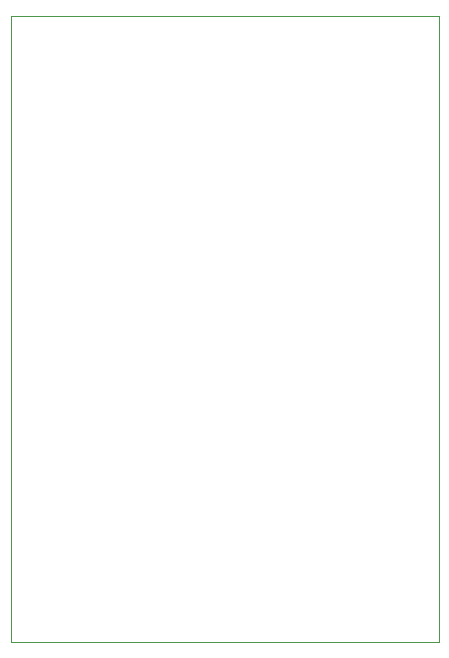
<source format=gbr>
%TF.GenerationSoftware,KiCad,Pcbnew,9.0.0-1.fc40*%
%TF.CreationDate,2025-03-21T22:07:15+01:00*%
%TF.ProjectId,airMouse-mcu,6169724d-6f75-4736-952d-6d63752e6b69,v1.0*%
%TF.SameCoordinates,Original*%
%TF.FileFunction,Profile,NP*%
%FSLAX46Y46*%
G04 Gerber Fmt 4.6, Leading zero omitted, Abs format (unit mm)*
G04 Created by KiCad (PCBNEW 9.0.0-1.fc40) date 2025-03-21 22:07:15*
%MOMM*%
%LPD*%
G01*
G04 APERTURE LIST*
%TA.AperFunction,Profile*%
%ADD10C,0.050000*%
%TD*%
G04 APERTURE END LIST*
D10*
X132000000Y-76000000D02*
X168200000Y-76000000D01*
X168200000Y-129000000D01*
X132000000Y-129000000D01*
X132000000Y-76000000D01*
M02*

</source>
